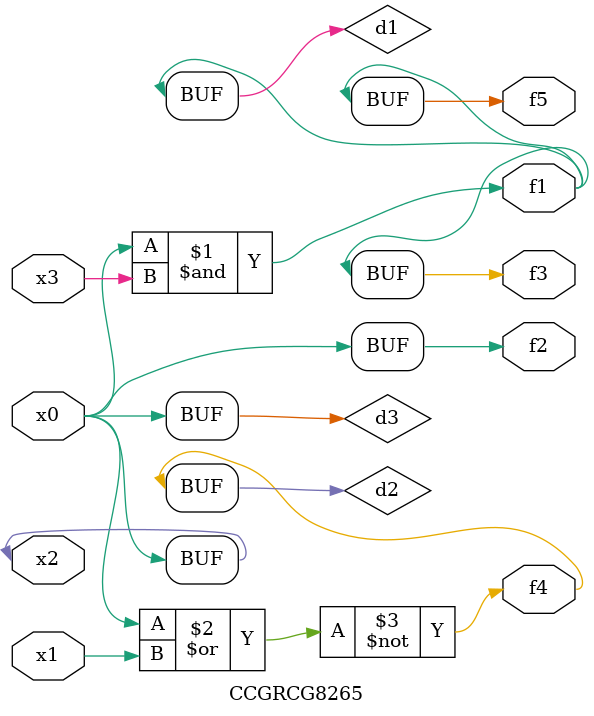
<source format=v>
module CCGRCG8265(
	input x0, x1, x2, x3,
	output f1, f2, f3, f4, f5
);

	wire d1, d2, d3;

	and (d1, x2, x3);
	nor (d2, x0, x1);
	buf (d3, x0, x2);
	assign f1 = d1;
	assign f2 = d3;
	assign f3 = d1;
	assign f4 = d2;
	assign f5 = d1;
endmodule

</source>
